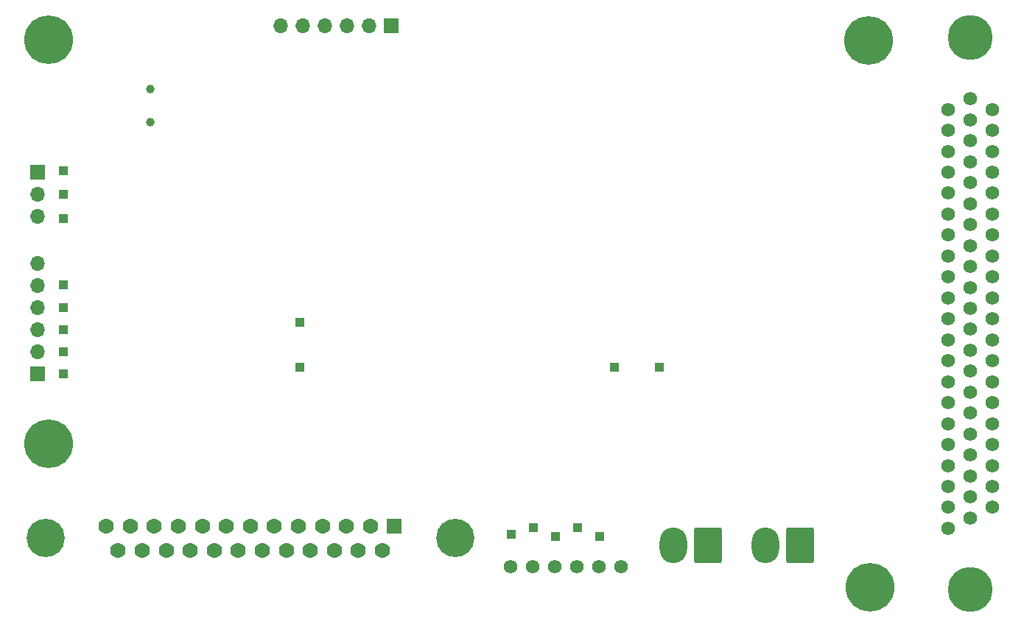
<source format=gbr>
%TF.GenerationSoftware,KiCad,Pcbnew,8.0.1*%
%TF.CreationDate,2024-11-04T21:37:07-08:00*%
%TF.ProjectId,kasm_pcb_rev2,6b61736d-5f70-4636-925f-726576322e6b,rev?*%
%TF.SameCoordinates,Original*%
%TF.FileFunction,Soldermask,Bot*%
%TF.FilePolarity,Negative*%
%FSLAX46Y46*%
G04 Gerber Fmt 4.6, Leading zero omitted, Abs format (unit mm)*
G04 Created by KiCad (PCBNEW 8.0.1) date 2024-11-04 21:37:07*
%MOMM*%
%LPD*%
G01*
G04 APERTURE LIST*
G04 Aperture macros list*
%AMRoundRect*
0 Rectangle with rounded corners*
0 $1 Rounding radius*
0 $2 $3 $4 $5 $6 $7 $8 $9 X,Y pos of 4 corners*
0 Add a 4 corners polygon primitive as box body*
4,1,4,$2,$3,$4,$5,$6,$7,$8,$9,$2,$3,0*
0 Add four circle primitives for the rounded corners*
1,1,$1+$1,$2,$3*
1,1,$1+$1,$4,$5*
1,1,$1+$1,$6,$7*
1,1,$1+$1,$8,$9*
0 Add four rect primitives between the rounded corners*
20,1,$1+$1,$2,$3,$4,$5,0*
20,1,$1+$1,$4,$5,$6,$7,0*
20,1,$1+$1,$6,$7,$8,$9,0*
20,1,$1+$1,$8,$9,$2,$3,0*%
G04 Aperture macros list end*
%ADD10C,4.395000*%
%ADD11RoundRect,0.102000X-0.781050X-0.781050X0.781050X-0.781050X0.781050X0.781050X-0.781050X0.781050X0*%
%ADD12C,1.766100*%
%ADD13R,1.000000X1.000000*%
%ADD14RoundRect,0.250000X1.330000X1.800000X-1.330000X1.800000X-1.330000X-1.800000X1.330000X-1.800000X0*%
%ADD15O,3.160000X4.100000*%
%ADD16C,5.600000*%
%ADD17C,1.574800*%
%ADD18C,1.575000*%
%ADD19C,5.175000*%
%ADD20C,1.000000*%
%ADD21R,1.700000X1.700000*%
%ADD22O,1.700000X1.700000*%
G04 APERTURE END LIST*
D10*
%TO.C,J4*%
X81077400Y-115697000D03*
X128118200Y-115697000D03*
D11*
X121157800Y-114274600D03*
D12*
X118397800Y-114274600D03*
X115637800Y-114274600D03*
X112877800Y-114274600D03*
X110117800Y-114274600D03*
X107357800Y-114274600D03*
X104597800Y-114274600D03*
X101837800Y-114274600D03*
X99077800Y-114274600D03*
X96317800Y-114274600D03*
X93557800Y-114274600D03*
X90797800Y-114274600D03*
X88037800Y-114274600D03*
X119777800Y-117119400D03*
X117017800Y-117119400D03*
X114257800Y-117119400D03*
X111497800Y-117119400D03*
X108737800Y-117119400D03*
X105977800Y-117119400D03*
X103217800Y-117119400D03*
X100457800Y-117119400D03*
X97697800Y-117119400D03*
X94937800Y-117119400D03*
X92177800Y-117119400D03*
X89417800Y-117119400D03*
%TD*%
D13*
%TO.C,TP13*%
X110261400Y-90850600D03*
%TD*%
D14*
%TO.C,J1*%
X167784000Y-116522600D03*
D15*
X163824000Y-116522600D03*
%TD*%
D13*
%TO.C,TP15*%
X83108800Y-86563200D03*
%TD*%
D16*
%TO.C,H3*%
X81432400Y-58389400D03*
%TD*%
D13*
%TO.C,TP16*%
X144741900Y-115468400D03*
%TD*%
D17*
%TO.C,J6*%
X134518400Y-118986800D03*
X137058400Y-118986800D03*
X139598400Y-118986800D03*
X142138400Y-118986800D03*
X144678400Y-118986800D03*
X147218400Y-118986800D03*
%TD*%
D13*
%TO.C,TP14*%
X83108800Y-78892400D03*
%TD*%
%TO.C,TP5*%
X151638000Y-96062800D03*
%TD*%
%TO.C,TP1*%
X146456400Y-96062800D03*
%TD*%
D18*
%TO.C,J20*%
X184835800Y-66362800D03*
X184835800Y-68772800D03*
X184835800Y-71182800D03*
X184835800Y-73592800D03*
X184835800Y-76002800D03*
X184835800Y-78412800D03*
X184835800Y-80822800D03*
X184835800Y-83232800D03*
X184835800Y-85642800D03*
X184835800Y-88052800D03*
X184835800Y-90462800D03*
X184835800Y-92872800D03*
X184835800Y-95282800D03*
X184835800Y-97692800D03*
X184835800Y-100102800D03*
X184835800Y-102512800D03*
X184835800Y-104922800D03*
X184835800Y-107332800D03*
X184835800Y-109742800D03*
X184835800Y-112152800D03*
X184835800Y-114562800D03*
X187375800Y-65157800D03*
X187375800Y-67567800D03*
X187375800Y-69977800D03*
X187375800Y-72387800D03*
X187375800Y-74797800D03*
X187375800Y-77207800D03*
X187375800Y-79617800D03*
X187375800Y-82027800D03*
X187375800Y-84437800D03*
X187375800Y-86847800D03*
X187375800Y-89257800D03*
X187375800Y-91667800D03*
X187375800Y-94077800D03*
X187375800Y-96487800D03*
X187375800Y-98897800D03*
X187375800Y-101307800D03*
X187375800Y-103717800D03*
X187375800Y-106127800D03*
X187375800Y-108537800D03*
X187375800Y-110947800D03*
X187375800Y-113357800D03*
X189915800Y-66362800D03*
X189915800Y-68772800D03*
X189915800Y-71182800D03*
X189915800Y-73592800D03*
X189915800Y-76002800D03*
X189915800Y-78412800D03*
X189915800Y-80822800D03*
X189915800Y-83232800D03*
X189915800Y-85642800D03*
X189915800Y-88052800D03*
X189915800Y-90462800D03*
X189915800Y-92872800D03*
X189915800Y-95282800D03*
X189915800Y-97692800D03*
X189915800Y-100102800D03*
X189915800Y-102512800D03*
X189915800Y-104922800D03*
X189915800Y-107332800D03*
X189915800Y-109742800D03*
X189915800Y-112152800D03*
D19*
X187375800Y-58109800D03*
X187375800Y-121610800D03*
%TD*%
D13*
%TO.C,TP7*%
X83108800Y-94250932D03*
%TD*%
D16*
%TO.C,H2*%
X81432400Y-104825800D03*
%TD*%
D13*
%TO.C,TP10*%
X83108800Y-89204800D03*
%TD*%
%TO.C,TP8*%
X83108800Y-96774000D03*
%TD*%
%TO.C,TP9*%
X83108800Y-91727866D03*
%TD*%
D16*
%TO.C,H1*%
X175793400Y-121335800D03*
%TD*%
D13*
%TO.C,TP6*%
X142201900Y-114452400D03*
%TD*%
D16*
%TO.C,H4*%
X175691800Y-58445400D03*
%TD*%
D20*
%TO.C,TP27*%
X93141800Y-64033400D03*
%TD*%
D13*
%TO.C,TP2*%
X137121900Y-114452400D03*
%TD*%
D21*
%TO.C,J5*%
X120777000Y-56769000D03*
D22*
X118237000Y-56769000D03*
X115697000Y-56769000D03*
X113157000Y-56769000D03*
X110617000Y-56769000D03*
X108077000Y-56769000D03*
%TD*%
D21*
%TO.C,J7*%
X80137000Y-73609200D03*
D22*
X80137000Y-76149200D03*
X80137000Y-78689200D03*
%TD*%
D21*
%TO.C,J3*%
X80137000Y-96748600D03*
D22*
X80137000Y-94208600D03*
X80137000Y-91668600D03*
X80137000Y-89128600D03*
X80137000Y-86588600D03*
X80137000Y-84048600D03*
%TD*%
D20*
%TO.C,TP26*%
X93141800Y-67843400D03*
%TD*%
D13*
%TO.C,TP17*%
X83108800Y-76149200D03*
%TD*%
%TO.C,TP11*%
X83108800Y-73406000D03*
%TD*%
%TO.C,TP12*%
X110261400Y-96012000D03*
%TD*%
%TO.C,TP4*%
X139661900Y-115468400D03*
%TD*%
%TO.C,TP3*%
X134581900Y-115214400D03*
%TD*%
D14*
%TO.C,J2*%
X157198200Y-116522600D03*
D15*
X153238200Y-116522600D03*
%TD*%
M02*

</source>
